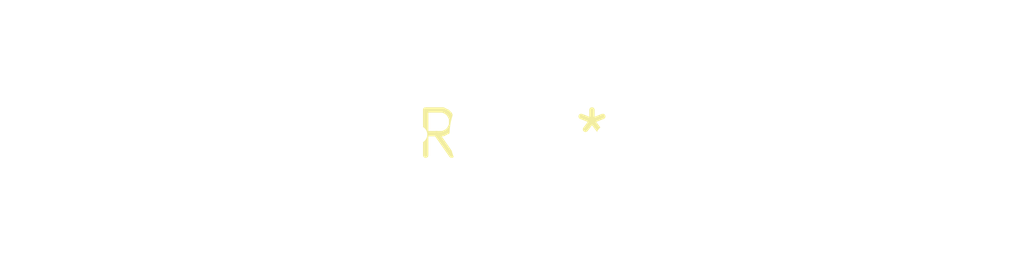
<source format=kicad_pcb>
(kicad_pcb (version 20240108) (generator pcbnew)
  (layers (0 "F.Cu" signal) (31 "B.Cu" signal) (34 "B.Paste" user) (35 "F.Paste" user) (36 "B.SilkS" user "B.Silkscreen") (37 "F.SilkS" user "F.Silkscreen") (38 "B.Mask" user) (39 "F.Mask" user) (44 "Edge.Cuts" user))
  (net 0 "")
  (footprint "MountingHole_3.5mm_Pad_Via" (layer "F.Cu") (at 0 0)
    (property "Reference" "REF**")
    (property "Value" "MountingHole_3.5mm_Pad_Via")
    (pad "1" thru_hole circle (at -2.625 0) (size 0.8 0.8) (drill 0.5) (layers *.Cu *.Mask) (remove_unused_layers))
    (pad "1" thru_hole circle (at -1.856155 -1.856155) (size 0.8 0.8) (drill 0.5) (layers *.Cu *.Mask) (remove_unused_layers))
    (pad "1" thru_hole circle (at -1.856155 1.856155) (size 0.8 0.8) (drill 0.5) (layers *.Cu *.Mask) (remove_unused_layers))
    (pad "1" thru_hole circle (at 0 -2.625) (size 0.8 0.8) (drill 0.5) (layers *.Cu *.Mask) (remove_unused_layers))
    (pad "1" thru_hole circle (at 0 0) (size 7 7) (drill 3.5) (layers *.Cu *.Mask) (remove_unused_layers))
    (pad "1" thru_hole circle (at 0 2.625) (size 0.8 0.8) (drill 0.5) (layers *.Cu *.Mask) (remove_unused_layers))
    (pad "1" thru_hole circle (at 1.856155 -1.856155) (size 0.8 0.8) (drill 0.5) (layers *.Cu *.Mask) (remove_unused_layers))
    (pad "1" thru_hole circle (at 1.856155 1.856155) (size 0.8 0.8) (drill 0.5) (layers *.Cu *.Mask) (remove_unused_layers))
    (pad "1" thru_hole circle (at 2.625 0) (size 0.8 0.8) (drill 0.5) (layers *.Cu *.Mask) (remove_unused_layers))
  )
)
</source>
